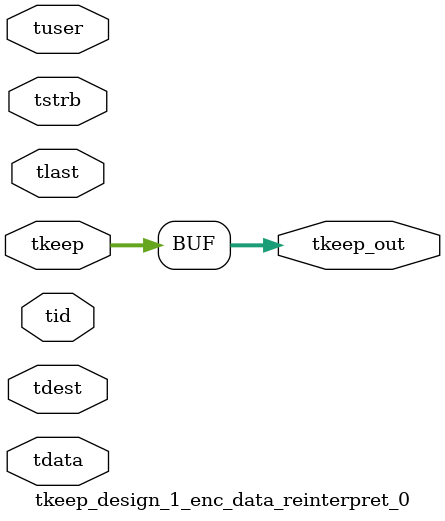
<source format=v>


`timescale 1ps/1ps

module tkeep_design_1_enc_data_reinterpret_0 #
(
parameter C_S_AXIS_TDATA_WIDTH = 32,
parameter C_S_AXIS_TUSER_WIDTH = 0,
parameter C_S_AXIS_TID_WIDTH   = 0,
parameter C_S_AXIS_TDEST_WIDTH = 0,
parameter C_M_AXIS_TDATA_WIDTH = 32
)
(
input  [(C_S_AXIS_TDATA_WIDTH == 0 ? 1 : C_S_AXIS_TDATA_WIDTH)-1:0     ] tdata,
input  [(C_S_AXIS_TUSER_WIDTH == 0 ? 1 : C_S_AXIS_TUSER_WIDTH)-1:0     ] tuser,
input  [(C_S_AXIS_TID_WIDTH   == 0 ? 1 : C_S_AXIS_TID_WIDTH)-1:0       ] tid,
input  [(C_S_AXIS_TDEST_WIDTH == 0 ? 1 : C_S_AXIS_TDEST_WIDTH)-1:0     ] tdest,
input  [(C_S_AXIS_TDATA_WIDTH/8)-1:0 ] tkeep,
input  [(C_S_AXIS_TDATA_WIDTH/8)-1:0 ] tstrb,
input                                                                    tlast,
output [(C_M_AXIS_TDATA_WIDTH/8)-1:0 ] tkeep_out
);

assign tkeep_out = {tkeep[11:0]};

endmodule


</source>
